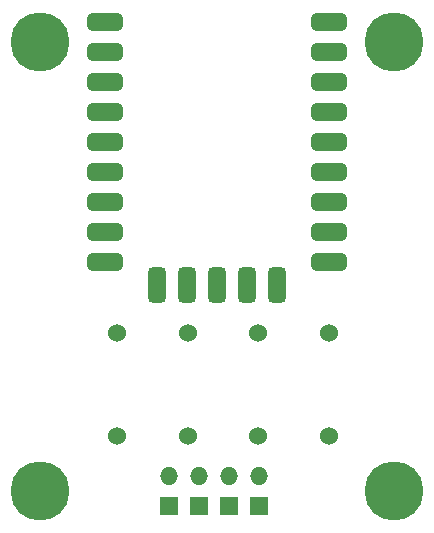
<source format=gbr>
%TF.GenerationSoftware,KiCad,Pcbnew,7.0.9*%
%TF.CreationDate,2025-02-12T23:41:43+09:00*%
%TF.ProjectId,hid_taiko_rp2040_lite,6869645f-7461-4696-9b6f-5f7270323034,rev?*%
%TF.SameCoordinates,Original*%
%TF.FileFunction,Soldermask,Top*%
%TF.FilePolarity,Negative*%
%FSLAX46Y46*%
G04 Gerber Fmt 4.6, Leading zero omitted, Abs format (unit mm)*
G04 Created by KiCad (PCBNEW 7.0.9) date 2025-02-12 23:41:43*
%MOMM*%
%LPD*%
G01*
G04 APERTURE LIST*
G04 Aperture macros list*
%AMRoundRect*
0 Rectangle with rounded corners*
0 $1 Rounding radius*
0 $2 $3 $4 $5 $6 $7 $8 $9 X,Y pos of 4 corners*
0 Add a 4 corners polygon primitive as box body*
4,1,4,$2,$3,$4,$5,$6,$7,$8,$9,$2,$3,0*
0 Add four circle primitives for the rounded corners*
1,1,$1+$1,$2,$3*
1,1,$1+$1,$4,$5*
1,1,$1+$1,$6,$7*
1,1,$1+$1,$8,$9*
0 Add four rect primitives between the rounded corners*
20,1,$1+$1,$2,$3,$4,$5,0*
20,1,$1+$1,$4,$5,$6,$7,0*
20,1,$1+$1,$6,$7,$8,$9,0*
20,1,$1+$1,$8,$9,$2,$3,0*%
G04 Aperture macros list end*
%ADD10C,1.524000*%
%ADD11C,5.000000*%
%ADD12R,1.524000X1.524000*%
%ADD13O,1.524000X1.524000*%
%ADD14RoundRect,0.375000X-1.125000X-0.375000X1.125000X-0.375000X1.125000X0.375000X-1.125000X0.375000X0*%
%ADD15RoundRect,0.375000X0.375000X-1.125000X0.375000X1.125000X-0.375000X1.125000X-0.375000X-1.125000X0*%
G04 APERTURE END LIST*
D10*
%TO.C,U6*%
X149500000Y-77400000D03*
X149500000Y-68650000D03*
%TD*%
D11*
%TO.C,J2*%
X131000000Y-44000000D03*
%TD*%
%TO.C,J2*%
X161000000Y-44000000D03*
%TD*%
%TO.C,J2*%
X161000000Y-82000000D03*
%TD*%
D12*
%TO.C,U2*%
X141930000Y-83320000D03*
X144470000Y-83320000D03*
X147010000Y-83320000D03*
X149550000Y-83320000D03*
D13*
X141930000Y-80780000D03*
X144470000Y-80780000D03*
X147010000Y-80780000D03*
X149550000Y-80780000D03*
%TD*%
D14*
%TO.C,U3*%
X155510000Y-42320000D03*
X155510000Y-44860000D03*
X155510000Y-47400000D03*
X155510000Y-49940000D03*
X155510000Y-52480000D03*
X155510000Y-55020000D03*
X155510000Y-57560000D03*
X155510000Y-60100000D03*
X155510000Y-62640000D03*
D15*
X151060000Y-64620000D03*
X148520000Y-64620000D03*
X145980000Y-64620000D03*
X143440000Y-64620000D03*
X140900000Y-64620000D03*
D14*
X136510000Y-62640000D03*
X136510000Y-60100000D03*
X136510000Y-57560000D03*
X136510000Y-55020000D03*
X136510000Y-52480000D03*
X136510000Y-49940000D03*
X136510000Y-47400000D03*
X136510000Y-44860000D03*
X136510000Y-42320000D03*
%TD*%
D10*
%TO.C,U8*%
X137500000Y-77400000D03*
X137500000Y-68650000D03*
%TD*%
%TO.C,U7*%
X143500000Y-77400000D03*
X143500000Y-68650000D03*
%TD*%
D11*
%TO.C,J2*%
X131000000Y-82000000D03*
%TD*%
D10*
%TO.C,U5*%
X155500000Y-77400000D03*
X155500000Y-68650000D03*
%TD*%
M02*

</source>
